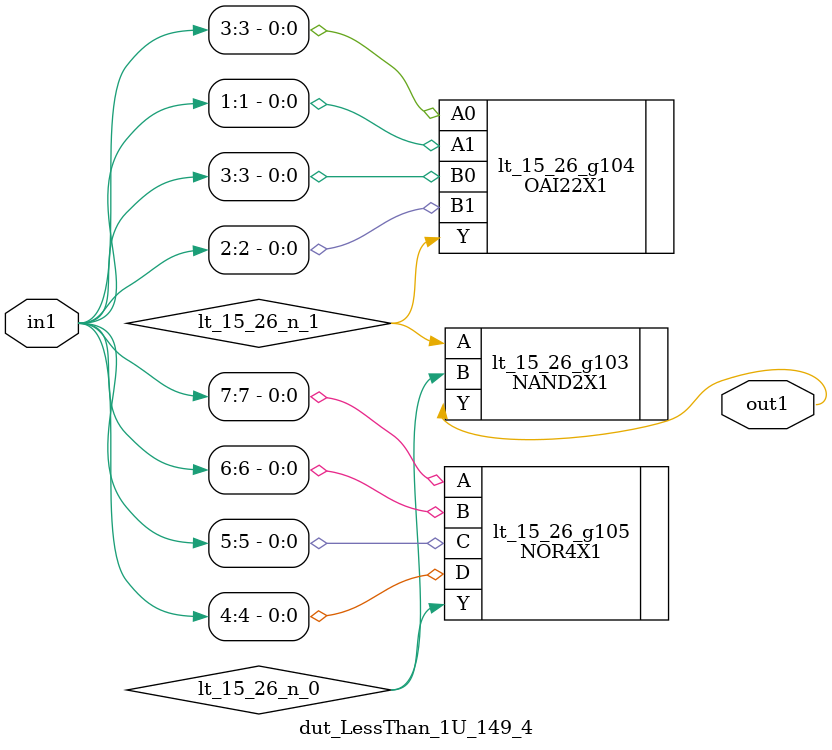
<source format=v>
`timescale 1ps / 1ps


module dut_LessThan_1U_149_4(in1, out1);
  input [7:0] in1;
  output out1;
  wire [7:0] in1;
  wire out1;
  wire lt_15_26_n_0, lt_15_26_n_1;
  NAND2X1 lt_15_26_g103(.A (lt_15_26_n_1), .B (lt_15_26_n_0), .Y
       (out1));
  OAI22X1 lt_15_26_g104(.A0 (in1[3]), .A1 (in1[1]), .B0 (in1[3]), .B1
       (in1[2]), .Y (lt_15_26_n_1));
  NOR4X1 lt_15_26_g105(.A (in1[7]), .B (in1[6]), .C (in1[5]), .D
       (in1[4]), .Y (lt_15_26_n_0));
endmodule



</source>
